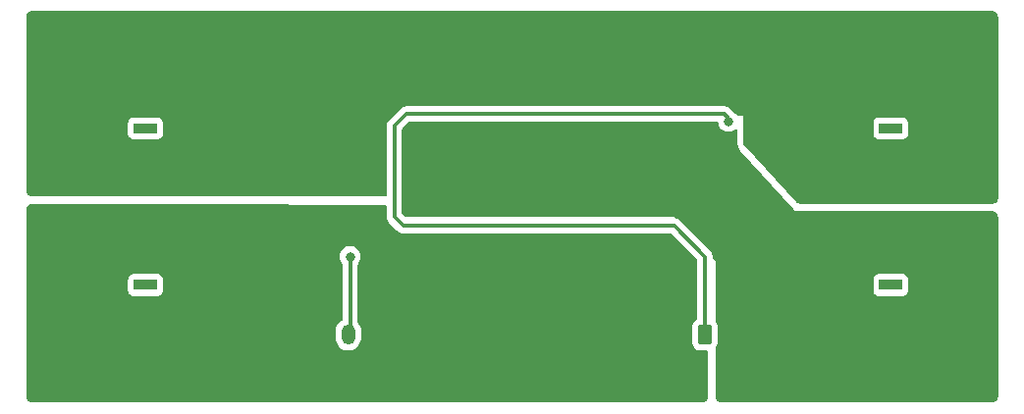
<source format=gbr>
%TF.GenerationSoftware,KiCad,Pcbnew,7.0.2*%
%TF.CreationDate,2023-07-12T23:29:32-04:00*%
%TF.ProjectId,Anti-Spark Switch,416e7469-2d53-4706-9172-6b2053776974,rev?*%
%TF.SameCoordinates,Original*%
%TF.FileFunction,Copper,L2,Bot*%
%TF.FilePolarity,Positive*%
%FSLAX46Y46*%
G04 Gerber Fmt 4.6, Leading zero omitted, Abs format (unit mm)*
G04 Created by KiCad (PCBNEW 7.0.2) date 2023-07-12 23:29:32*
%MOMM*%
%LPD*%
G01*
G04 APERTURE LIST*
G04 Aperture macros list*
%AMRoundRect*
0 Rectangle with rounded corners*
0 $1 Rounding radius*
0 $2 $3 $4 $5 $6 $7 $8 $9 X,Y pos of 4 corners*
0 Add a 4 corners polygon primitive as box body*
4,1,4,$2,$3,$4,$5,$6,$7,$8,$9,$2,$3,0*
0 Add four circle primitives for the rounded corners*
1,1,$1+$1,$2,$3*
1,1,$1+$1,$4,$5*
1,1,$1+$1,$6,$7*
1,1,$1+$1,$8,$9*
0 Add four rect primitives between the rounded corners*
20,1,$1+$1,$2,$3,$4,$5,0*
20,1,$1+$1,$4,$5,$6,$7,0*
20,1,$1+$1,$6,$7,$8,$9,0*
20,1,$1+$1,$8,$9,$2,$3,0*%
G04 Aperture macros list end*
%TA.AperFunction,ComponentPad*%
%ADD10R,2.000000X0.900000*%
%TD*%
%TA.AperFunction,ComponentPad*%
%ADD11RoundRect,1.025000X1.025000X-1.025000X1.025000X1.025000X-1.025000X1.025000X-1.025000X-1.025000X0*%
%TD*%
%TA.AperFunction,ComponentPad*%
%ADD12C,4.100000*%
%TD*%
%TA.AperFunction,ComponentPad*%
%ADD13RoundRect,1.025000X-1.025000X1.025000X-1.025000X-1.025000X1.025000X-1.025000X1.025000X1.025000X0*%
%TD*%
%TA.AperFunction,ComponentPad*%
%ADD14RoundRect,0.250000X-0.350000X-0.625000X0.350000X-0.625000X0.350000X0.625000X-0.350000X0.625000X0*%
%TD*%
%TA.AperFunction,ComponentPad*%
%ADD15O,1.200000X1.750000*%
%TD*%
%TA.AperFunction,ViaPad*%
%ADD16C,0.800000*%
%TD*%
%TA.AperFunction,Conductor*%
%ADD17C,0.300000*%
%TD*%
G04 APERTURE END LIST*
D10*
%TO.P,J8,*%
%TO.N,*%
X119260000Y-111525000D03*
X119260000Y-98025000D03*
D11*
%TO.P,J8,1,1*%
%TO.N,GND*%
X125260000Y-108375000D03*
D12*
%TO.P,J8,2,2*%
%TO.N,VCC*%
X125260000Y-101175000D03*
%TD*%
D10*
%TO.P,J5,*%
%TO.N,*%
X183538000Y-98025000D03*
X183538000Y-111525000D03*
D13*
%TO.P,J5,1,1*%
%TO.N,Net-(J1-Pin_1)*%
X177538000Y-108375000D03*
D12*
%TO.P,J5,2,2*%
%TO.N,VCC*%
X177538000Y-101175000D03*
%TD*%
D14*
%TO.P,J3,1,Pin_1*%
%TO.N,GND*%
X134747000Y-115824000D03*
D15*
%TO.P,J3,2,Pin_2*%
%TO.N,Net-(D1-K)*%
X136747000Y-115824000D03*
%TD*%
D14*
%TO.P,J7,1,Pin_1*%
%TO.N,Net-(J7-Pin_1)*%
X167513000Y-115824000D03*
D15*
%TO.P,J7,2,Pin_2*%
%TO.N,Net-(J1-Pin_1)*%
X169513000Y-115824000D03*
%TD*%
D16*
%TO.N,GND*%
X158115000Y-110490000D03*
X149860000Y-110490000D03*
%TO.N,Net-(D1-K)*%
X136906000Y-109093000D03*
%TO.N,GND*%
X161290000Y-110490000D03*
X161290000Y-109220000D03*
X161290000Y-107950000D03*
X153035000Y-110490000D03*
X153035000Y-109220000D03*
X153035000Y-107950000D03*
X144780000Y-110490000D03*
X144780000Y-109220000D03*
X144780000Y-107950000D03*
X161290000Y-111633000D03*
X161290000Y-114173000D03*
X161290000Y-112903000D03*
X161290000Y-115443000D03*
X161290000Y-116713000D03*
X162560000Y-116713000D03*
X165100000Y-111633000D03*
X162560000Y-112903000D03*
X165100000Y-114173000D03*
X163830000Y-112903000D03*
X162560000Y-115443000D03*
X163830000Y-115443000D03*
X165100000Y-112903000D03*
X162560000Y-111633000D03*
X165100000Y-115443000D03*
X163830000Y-116713000D03*
X163830000Y-111633000D03*
X165100000Y-116713000D03*
X163830000Y-114173000D03*
X162560000Y-114173000D03*
X155575000Y-114300000D03*
X154305000Y-114300000D03*
X153035000Y-114300000D03*
X156845000Y-114300000D03*
X158115000Y-114300000D03*
X153035000Y-113030000D03*
X154305000Y-111760000D03*
X153035000Y-111760000D03*
X154305000Y-113030000D03*
X155575000Y-113030000D03*
X158115000Y-115570000D03*
X156845000Y-111760000D03*
X153035000Y-115570000D03*
X158115000Y-116840000D03*
X156845000Y-115570000D03*
X154305000Y-116840000D03*
X156845000Y-116840000D03*
X154305000Y-115570000D03*
X155575000Y-111760000D03*
X158115000Y-113030000D03*
X153035000Y-116840000D03*
X158115000Y-111760000D03*
X156845000Y-113030000D03*
X155575000Y-115570000D03*
X155575000Y-116840000D03*
X147320000Y-114300000D03*
X146050000Y-114300000D03*
X144780000Y-114300000D03*
X148590000Y-114300000D03*
X149860000Y-114300000D03*
X144780000Y-113030000D03*
X146050000Y-111760000D03*
X144780000Y-111760000D03*
X146050000Y-113030000D03*
X147320000Y-113030000D03*
X149860000Y-115570000D03*
X148590000Y-111760000D03*
X144780000Y-115570000D03*
X149860000Y-116840000D03*
X148590000Y-115570000D03*
X146050000Y-116840000D03*
X148590000Y-116840000D03*
X146050000Y-115570000D03*
X147320000Y-111760000D03*
X149860000Y-113030000D03*
X144780000Y-116840000D03*
X149860000Y-111760000D03*
X148590000Y-113030000D03*
X147320000Y-115570000D03*
X147320000Y-116840000D03*
X162560000Y-109220000D03*
X162560000Y-110490000D03*
X165100000Y-110490000D03*
X165100000Y-109220000D03*
X162560000Y-107950000D03*
X163830000Y-110490000D03*
X154305000Y-109220000D03*
X156845000Y-107950000D03*
X154305000Y-110490000D03*
X156845000Y-110490000D03*
X156845000Y-109220000D03*
X154305000Y-107950000D03*
X155575000Y-110490000D03*
X148590000Y-107950000D03*
X148590000Y-109220000D03*
X148590000Y-110490000D03*
X147320000Y-110490000D03*
X146050000Y-110490000D03*
X146050000Y-109220000D03*
X146050000Y-107950000D03*
%TO.N,Net-(J1-Pin_1)*%
X165100000Y-104140000D03*
X165100000Y-100330000D03*
X165100000Y-102870000D03*
X165100000Y-101600000D03*
X160020000Y-101600000D03*
X158750000Y-101600000D03*
X157480000Y-101600000D03*
X161290000Y-101600000D03*
X162560000Y-101600000D03*
X157480000Y-100330000D03*
X158750000Y-99060000D03*
X157480000Y-99060000D03*
X158750000Y-100330000D03*
X160020000Y-100330000D03*
X162560000Y-102870000D03*
X161290000Y-99060000D03*
X163830000Y-104140000D03*
X163830000Y-102870000D03*
X163830000Y-101600000D03*
X157480000Y-102870000D03*
X163830000Y-99060000D03*
X162560000Y-104140000D03*
X161290000Y-102870000D03*
X158750000Y-104140000D03*
X161290000Y-104140000D03*
X158750000Y-102870000D03*
X160020000Y-99060000D03*
X162560000Y-100330000D03*
X163830000Y-100330000D03*
X157480000Y-104140000D03*
X162560000Y-99060000D03*
X161290000Y-100330000D03*
X160020000Y-102870000D03*
X160020000Y-104140000D03*
X152400000Y-101600000D03*
X151130000Y-101600000D03*
X149860000Y-101600000D03*
X153670000Y-101600000D03*
X154940000Y-101600000D03*
X149860000Y-100330000D03*
X151130000Y-99060000D03*
X149860000Y-99060000D03*
X151130000Y-100330000D03*
X152400000Y-100330000D03*
X154940000Y-102870000D03*
X153670000Y-99060000D03*
X156210000Y-104140000D03*
X156210000Y-102870000D03*
X156210000Y-101600000D03*
X149860000Y-102870000D03*
X156210000Y-99060000D03*
X154940000Y-104140000D03*
X153670000Y-102870000D03*
X151130000Y-104140000D03*
X153670000Y-104140000D03*
X151130000Y-102870000D03*
X152400000Y-99060000D03*
X154940000Y-100330000D03*
X156210000Y-100330000D03*
X149860000Y-104140000D03*
X154940000Y-99060000D03*
X153670000Y-100330000D03*
X152400000Y-102870000D03*
X152400000Y-104140000D03*
X148590000Y-104140000D03*
X148590000Y-102870000D03*
X148590000Y-101600000D03*
X148590000Y-100330000D03*
X148590000Y-99060000D03*
X147320000Y-104140000D03*
X146050000Y-104140000D03*
X144780000Y-104140000D03*
X143510000Y-104140000D03*
X142240000Y-104140000D03*
X142240000Y-102870000D03*
X143510000Y-102870000D03*
X144780000Y-102870000D03*
X146050000Y-102870000D03*
X147320000Y-102870000D03*
X147320000Y-101600000D03*
X146050000Y-101600000D03*
X144780000Y-101600000D03*
X143510000Y-101600000D03*
X142240000Y-101600000D03*
X142240000Y-100330000D03*
X143510000Y-100330000D03*
X144780000Y-100330000D03*
X146050000Y-100330000D03*
X147320000Y-100330000D03*
X147320000Y-99060000D03*
X146050000Y-99060000D03*
X144780000Y-99060000D03*
X143510000Y-99060000D03*
X142240000Y-99060000D03*
%TO.N,Net-(J7-Pin_1)*%
X169545000Y-97411000D03*
%TO.N,Net-(J1-Pin_1)*%
X186690000Y-116840000D03*
X190500000Y-116840000D03*
X182880000Y-116840000D03*
X181610000Y-116840000D03*
X187960000Y-116840000D03*
X189230000Y-116840000D03*
X185420000Y-116840000D03*
X191770000Y-116840000D03*
X184150000Y-116840000D03*
X189230000Y-119380000D03*
X187960000Y-119380000D03*
X184150000Y-119380000D03*
X182880000Y-119380000D03*
X180340000Y-119380000D03*
X182880000Y-120650000D03*
X185420000Y-119380000D03*
X187960000Y-118110000D03*
X191770000Y-120650000D03*
X190500000Y-120650000D03*
X180340000Y-115570000D03*
X184150000Y-120650000D03*
X185420000Y-120650000D03*
X190500000Y-119380000D03*
X180340000Y-116840000D03*
X180340000Y-114300000D03*
X187960000Y-120650000D03*
X186690000Y-120650000D03*
X191770000Y-119380000D03*
X186690000Y-119380000D03*
X181610000Y-119380000D03*
X189230000Y-120650000D03*
X190500000Y-118110000D03*
X180340000Y-120650000D03*
X181610000Y-120650000D03*
X180340000Y-118110000D03*
X187960000Y-115570000D03*
X185420000Y-118110000D03*
X191770000Y-118110000D03*
X184150000Y-118110000D03*
X186690000Y-118110000D03*
X189230000Y-118110000D03*
X181610000Y-118110000D03*
X182880000Y-118110000D03*
X185420000Y-115570000D03*
X182880000Y-115570000D03*
X189230000Y-115570000D03*
X186690000Y-115570000D03*
X181610000Y-115570000D03*
X190500000Y-115570000D03*
X191770000Y-115570000D03*
X184150000Y-115570000D03*
X187960000Y-114300000D03*
X190500000Y-114300000D03*
X191770000Y-114300000D03*
X184150000Y-114300000D03*
X186690000Y-114300000D03*
X189230000Y-114300000D03*
X181610000Y-114300000D03*
X182880000Y-114300000D03*
X185420000Y-114300000D03*
%TO.N,GND*%
X116205000Y-116840000D03*
X120015000Y-116840000D03*
X112395000Y-116840000D03*
X111125000Y-116840000D03*
X117475000Y-116840000D03*
X118745000Y-116840000D03*
X114935000Y-116840000D03*
X121285000Y-116840000D03*
X113665000Y-116840000D03*
X118745000Y-119380000D03*
X117475000Y-119380000D03*
X113665000Y-119380000D03*
X112395000Y-119380000D03*
X109855000Y-119380000D03*
X112395000Y-120650000D03*
X114935000Y-119380000D03*
X117475000Y-118110000D03*
X121285000Y-120650000D03*
X120015000Y-120650000D03*
X109855000Y-115570000D03*
X113665000Y-120650000D03*
X114935000Y-120650000D03*
X120015000Y-119380000D03*
X109855000Y-116840000D03*
X109855000Y-114300000D03*
X117475000Y-120650000D03*
X116205000Y-120650000D03*
X121285000Y-119380000D03*
X116205000Y-119380000D03*
X111125000Y-119380000D03*
X118745000Y-120650000D03*
X120015000Y-118110000D03*
X109855000Y-120650000D03*
X111125000Y-120650000D03*
X109855000Y-118110000D03*
X117475000Y-115570000D03*
X114935000Y-118110000D03*
X121285000Y-118110000D03*
X113665000Y-118110000D03*
X116205000Y-118110000D03*
X118745000Y-118110000D03*
X111125000Y-118110000D03*
X112395000Y-118110000D03*
X114935000Y-115570000D03*
X112395000Y-115570000D03*
X118745000Y-115570000D03*
X116205000Y-115570000D03*
X111125000Y-115570000D03*
X120015000Y-115570000D03*
X121285000Y-115570000D03*
X113665000Y-115570000D03*
X117475000Y-114300000D03*
X120015000Y-114300000D03*
X121285000Y-114300000D03*
X113665000Y-114300000D03*
X116205000Y-114300000D03*
X118745000Y-114300000D03*
X111125000Y-114300000D03*
X112395000Y-114300000D03*
X114935000Y-114300000D03*
%TO.N,VCC*%
X116205000Y-91440000D03*
X120015000Y-91440000D03*
X112395000Y-91440000D03*
X111125000Y-91440000D03*
X117475000Y-91440000D03*
X118745000Y-91440000D03*
X114935000Y-91440000D03*
X121285000Y-91440000D03*
X113665000Y-91440000D03*
X118745000Y-93980000D03*
X117475000Y-93980000D03*
X113665000Y-93980000D03*
X112395000Y-93980000D03*
X109855000Y-93980000D03*
X112395000Y-95250000D03*
X114935000Y-93980000D03*
X117475000Y-92710000D03*
X121285000Y-95250000D03*
X120015000Y-95250000D03*
X109855000Y-90170000D03*
X113665000Y-95250000D03*
X114935000Y-95250000D03*
X120015000Y-93980000D03*
X109855000Y-91440000D03*
X109855000Y-88900000D03*
X117475000Y-95250000D03*
X116205000Y-95250000D03*
X121285000Y-93980000D03*
X116205000Y-93980000D03*
X111125000Y-93980000D03*
X118745000Y-95250000D03*
X120015000Y-92710000D03*
X109855000Y-95250000D03*
X111125000Y-95250000D03*
X109855000Y-92710000D03*
X117475000Y-90170000D03*
X114935000Y-92710000D03*
X121285000Y-92710000D03*
X113665000Y-92710000D03*
X116205000Y-92710000D03*
X118745000Y-92710000D03*
X111125000Y-92710000D03*
X112395000Y-92710000D03*
X114935000Y-90170000D03*
X112395000Y-90170000D03*
X118745000Y-90170000D03*
X116205000Y-90170000D03*
X111125000Y-90170000D03*
X120015000Y-90170000D03*
X121285000Y-90170000D03*
X113665000Y-90170000D03*
X117475000Y-88900000D03*
X120015000Y-88900000D03*
X121285000Y-88900000D03*
X113665000Y-88900000D03*
X116205000Y-88900000D03*
X118745000Y-88900000D03*
X111125000Y-88900000D03*
X112395000Y-88900000D03*
X114935000Y-88900000D03*
X180340000Y-91440000D03*
X180340000Y-93980000D03*
X180340000Y-95250000D03*
X180340000Y-92710000D03*
X180340000Y-90170000D03*
X180340000Y-88900000D03*
X187960000Y-95250000D03*
X190500000Y-95250000D03*
X191770000Y-95250000D03*
X184150000Y-95250000D03*
X186690000Y-95250000D03*
X189230000Y-95250000D03*
X181610000Y-95250000D03*
X182880000Y-95250000D03*
X185420000Y-95250000D03*
X187960000Y-93980000D03*
X190500000Y-93980000D03*
X191770000Y-93980000D03*
X184150000Y-93980000D03*
X186690000Y-93980000D03*
X189230000Y-93980000D03*
X181610000Y-93980000D03*
X182880000Y-93980000D03*
X185420000Y-93980000D03*
X187960000Y-92710000D03*
X190500000Y-92710000D03*
X191770000Y-92710000D03*
X184150000Y-92710000D03*
X186690000Y-92710000D03*
X189230000Y-92710000D03*
X181610000Y-92710000D03*
X182880000Y-92710000D03*
X185420000Y-92710000D03*
X187960000Y-91440000D03*
X190500000Y-91440000D03*
X191770000Y-91440000D03*
X184150000Y-91440000D03*
X186690000Y-91440000D03*
X189230000Y-91440000D03*
X181610000Y-91440000D03*
X182880000Y-91440000D03*
X185420000Y-91440000D03*
X187960000Y-90170000D03*
X190500000Y-90170000D03*
X191770000Y-90170000D03*
X184150000Y-90170000D03*
X186690000Y-90170000D03*
X189230000Y-90170000D03*
X181610000Y-90170000D03*
X182880000Y-90170000D03*
X185420000Y-90170000D03*
X181610000Y-88900000D03*
X182880000Y-88900000D03*
X184150000Y-88900000D03*
X185420000Y-88900000D03*
X186690000Y-88900000D03*
X187960000Y-88900000D03*
X189230000Y-88900000D03*
X190500000Y-88900000D03*
X191770000Y-88900000D03*
%TD*%
D17*
%TO.N,Net-(J7-Pin_1)*%
X167513000Y-109093000D02*
X167513000Y-115824000D01*
X164846000Y-106426000D02*
X167513000Y-109093000D01*
X141478000Y-106426000D02*
X164846000Y-106426000D01*
X140716000Y-105664000D02*
X141478000Y-106426000D01*
X141732000Y-96774000D02*
X140716000Y-97790000D01*
X169164000Y-96774000D02*
X141732000Y-96774000D01*
X169545000Y-97155000D02*
X169164000Y-96774000D01*
X140716000Y-97790000D02*
X140716000Y-105664000D01*
X169545000Y-97411000D02*
X169545000Y-97155000D01*
%TO.N,Net-(D1-K)*%
X136906000Y-115824000D02*
X136747000Y-115824000D01*
X136906000Y-109093000D02*
X136906000Y-115824000D01*
%TD*%
%TA.AperFunction,Conductor*%
%TO.N,Net-(J1-Pin_1)*%
G36*
X168596348Y-97444185D02*
G01*
X168642103Y-97496989D01*
X168652628Y-97535534D01*
X168657302Y-97580000D01*
X168659326Y-97599257D01*
X168717820Y-97779284D01*
X168812466Y-97943216D01*
X168939129Y-98083889D01*
X169092269Y-98195151D01*
X169265197Y-98272144D01*
X169450352Y-98311500D01*
X169450354Y-98311500D01*
X169639648Y-98311500D01*
X169763083Y-98285262D01*
X169824803Y-98272144D01*
X169997730Y-98195151D01*
X169997730Y-98195150D01*
X170112615Y-98111683D01*
X170178421Y-98088203D01*
X170246475Y-98104028D01*
X170295170Y-98154134D01*
X170309500Y-98212001D01*
X170309500Y-99237482D01*
X170309545Y-99239407D01*
X170310477Y-99268896D01*
X170310582Y-99270812D01*
X170311435Y-99284282D01*
X170311601Y-99286216D01*
X170314364Y-99315591D01*
X170314589Y-99317513D01*
X170326639Y-99413756D01*
X170326880Y-99415681D01*
X170327238Y-99417579D01*
X170327239Y-99417583D01*
X170338182Y-99475544D01*
X170338186Y-99475563D01*
X170338541Y-99477442D01*
X170346116Y-99507255D01*
X170346702Y-99509080D01*
X170346707Y-99509095D01*
X170359250Y-99548113D01*
X170365351Y-99567089D01*
X170366047Y-99568868D01*
X170366053Y-99568883D01*
X170398591Y-99651975D01*
X170399292Y-99653765D01*
X170425810Y-99710765D01*
X170426732Y-99712462D01*
X170426734Y-99712466D01*
X170434000Y-99725839D01*
X170434000Y-99822000D01*
X170563232Y-99964835D01*
X175111127Y-104991457D01*
X175111130Y-104991459D01*
X175260000Y-105156000D01*
X192277874Y-105156000D01*
X192294059Y-105157061D01*
X192399223Y-105170906D01*
X192430491Y-105179284D01*
X192520918Y-105216740D01*
X192548952Y-105232925D01*
X192626602Y-105292509D01*
X192649491Y-105315398D01*
X192709074Y-105393048D01*
X192725259Y-105421081D01*
X192762715Y-105511508D01*
X192771093Y-105542775D01*
X192784939Y-105647939D01*
X192786000Y-105664125D01*
X192786000Y-121157874D01*
X192784939Y-121174060D01*
X192771093Y-121279224D01*
X192762715Y-121310491D01*
X192725259Y-121400918D01*
X192709074Y-121428951D01*
X192649491Y-121506601D01*
X192626601Y-121529491D01*
X192548951Y-121589074D01*
X192520918Y-121605259D01*
X192430491Y-121642715D01*
X192399224Y-121651093D01*
X192305398Y-121663446D01*
X192294058Y-121664939D01*
X192277874Y-121666000D01*
X168910126Y-121666000D01*
X168893941Y-121664939D01*
X168880917Y-121663224D01*
X168788775Y-121651093D01*
X168757508Y-121642715D01*
X168667081Y-121605259D01*
X168639048Y-121589074D01*
X168561398Y-121529491D01*
X168538508Y-121506601D01*
X168478925Y-121428951D01*
X168462740Y-121400918D01*
X168425284Y-121310491D01*
X168416906Y-121279223D01*
X168403061Y-121174059D01*
X168402000Y-121157874D01*
X168402000Y-117022730D01*
X168421685Y-116955691D01*
X168438315Y-116935052D01*
X168455712Y-116917656D01*
X168547814Y-116768334D01*
X168602999Y-116601797D01*
X168613500Y-116499009D01*
X168613499Y-115148992D01*
X168602999Y-115046203D01*
X168547814Y-114879666D01*
X168455712Y-114730344D01*
X168455711Y-114730342D01*
X168438319Y-114712950D01*
X168404834Y-114651627D01*
X168402000Y-114625269D01*
X168402000Y-112019578D01*
X182037500Y-112019578D01*
X182037501Y-112022872D01*
X182043909Y-112082483D01*
X182094204Y-112217331D01*
X182180454Y-112332546D01*
X182295669Y-112418796D01*
X182430517Y-112469091D01*
X182490127Y-112475500D01*
X184585872Y-112475499D01*
X184645483Y-112469091D01*
X184780331Y-112418796D01*
X184895546Y-112332546D01*
X184981796Y-112217331D01*
X185032091Y-112082483D01*
X185038500Y-112022873D01*
X185038499Y-111027128D01*
X185032091Y-110967517D01*
X184981796Y-110832669D01*
X184895546Y-110717454D01*
X184780331Y-110631204D01*
X184645483Y-110580909D01*
X184585873Y-110574500D01*
X184582550Y-110574500D01*
X182493439Y-110574500D01*
X182493420Y-110574500D01*
X182490128Y-110574501D01*
X182486848Y-110574853D01*
X182486840Y-110574854D01*
X182430515Y-110580909D01*
X182295669Y-110631204D01*
X182180454Y-110717454D01*
X182094204Y-110832668D01*
X182043910Y-110967515D01*
X182043909Y-110967517D01*
X182037500Y-111027127D01*
X182037500Y-111030448D01*
X182037500Y-111030449D01*
X182037500Y-112019560D01*
X182037500Y-112019578D01*
X168402000Y-112019578D01*
X168402000Y-109674959D01*
X168402000Y-109674958D01*
X168402000Y-109671082D01*
X168402000Y-109474000D01*
X168267530Y-109329925D01*
X168267528Y-109329922D01*
X168198457Y-109255917D01*
X168167105Y-109193476D01*
X168167571Y-109170319D01*
X168166252Y-109170361D01*
X168163561Y-109084722D01*
X168163500Y-109080828D01*
X168163500Y-109055977D01*
X168163500Y-109052075D01*
X168162948Y-109047712D01*
X168162031Y-109036064D01*
X168160598Y-108990431D01*
X168154675Y-108970045D01*
X168150731Y-108951004D01*
X168148071Y-108929942D01*
X168131267Y-108887501D01*
X168127484Y-108876452D01*
X168114745Y-108832602D01*
X168111594Y-108827275D01*
X168103937Y-108814326D01*
X168095376Y-108796850D01*
X168087568Y-108777129D01*
X168060731Y-108740191D01*
X168054317Y-108730425D01*
X168031081Y-108691135D01*
X168016074Y-108676128D01*
X168003436Y-108661331D01*
X167990963Y-108644163D01*
X167955779Y-108615056D01*
X167947140Y-108607194D01*
X165366434Y-106026488D01*
X165353091Y-106009833D01*
X165300166Y-105960134D01*
X165297369Y-105957423D01*
X165279789Y-105939843D01*
X165277035Y-105937089D01*
X165273956Y-105934701D01*
X165273951Y-105934696D01*
X165273548Y-105934383D01*
X165264669Y-105926800D01*
X165231392Y-105895551D01*
X165212793Y-105885326D01*
X165196532Y-105874645D01*
X165179764Y-105861638D01*
X165137870Y-105843508D01*
X165127379Y-105838369D01*
X165087367Y-105816372D01*
X165066800Y-105811091D01*
X165048398Y-105804791D01*
X165028926Y-105796365D01*
X165028924Y-105796364D01*
X165028923Y-105796364D01*
X164983845Y-105789224D01*
X164972401Y-105786854D01*
X164966081Y-105785231D01*
X164952978Y-105778619D01*
X164846000Y-105664000D01*
X164628724Y-105664000D01*
X164624480Y-105664000D01*
X141687308Y-105664000D01*
X141620269Y-105644315D01*
X141599627Y-105627681D01*
X141402819Y-105430873D01*
X141369334Y-105369550D01*
X141366500Y-105343192D01*
X141366500Y-98110808D01*
X141386185Y-98043769D01*
X141402819Y-98023127D01*
X141965127Y-97460819D01*
X142026450Y-97427334D01*
X142052808Y-97424500D01*
X168529309Y-97424500D01*
X168596348Y-97444185D01*
G37*
%TD.AperFunction*%
%TD*%
%TA.AperFunction,Conductor*%
%TO.N,GND*%
G36*
X110777176Y-104528158D02*
G01*
X123368664Y-104577927D01*
X139941994Y-104643435D01*
X140008951Y-104663383D01*
X140054497Y-104716368D01*
X140065500Y-104767433D01*
X140065500Y-105578494D01*
X140063158Y-105599702D01*
X140065439Y-105672262D01*
X140065500Y-105676157D01*
X140065500Y-105704925D01*
X140065987Y-105708785D01*
X140065989Y-105708808D01*
X140066054Y-105709320D01*
X140066968Y-105720942D01*
X140068402Y-105766569D01*
X140074323Y-105786950D01*
X140078267Y-105805995D01*
X140080928Y-105827059D01*
X140097737Y-105869515D01*
X140101520Y-105880563D01*
X140114256Y-105924400D01*
X140125061Y-105942670D01*
X140133621Y-105960143D01*
X140141431Y-105979869D01*
X140168266Y-106016806D01*
X140174670Y-106026555D01*
X140197918Y-106065864D01*
X140197919Y-106065865D01*
X140212923Y-106080868D01*
X140225561Y-106095665D01*
X140238037Y-106112837D01*
X140273212Y-106141936D01*
X140281853Y-106149799D01*
X140957564Y-106825509D01*
X140970909Y-106842167D01*
X141023848Y-106891879D01*
X141026645Y-106894590D01*
X141046966Y-106914911D01*
X141050442Y-106917607D01*
X141059322Y-106925191D01*
X141092607Y-106956448D01*
X141111212Y-106966676D01*
X141127466Y-106977353D01*
X141144237Y-106990363D01*
X141186144Y-107008497D01*
X141196618Y-107013628D01*
X141236632Y-107035627D01*
X141257197Y-107040906D01*
X141275593Y-107047205D01*
X141295074Y-107055636D01*
X141340178Y-107062779D01*
X141351597Y-107065144D01*
X141395823Y-107076500D01*
X141417045Y-107076500D01*
X141436443Y-107078026D01*
X141457405Y-107081347D01*
X141499319Y-107077384D01*
X141502861Y-107077050D01*
X141514530Y-107076500D01*
X164525192Y-107076500D01*
X164592231Y-107096185D01*
X164612873Y-107112819D01*
X166826181Y-109326126D01*
X166859666Y-109387449D01*
X166862500Y-109413807D01*
X166862500Y-114433362D01*
X166842815Y-114500401D01*
X166803596Y-114538901D01*
X166694342Y-114606288D01*
X166570288Y-114730342D01*
X166478186Y-114879665D01*
X166423000Y-115046202D01*
X166412819Y-115145858D01*
X166412817Y-115145878D01*
X166412500Y-115148991D01*
X166412500Y-115152138D01*
X166412500Y-115152139D01*
X166412500Y-116495859D01*
X166412500Y-116495878D01*
X166412501Y-116499008D01*
X166412820Y-116502140D01*
X166412821Y-116502141D01*
X166423000Y-116601796D01*
X166478186Y-116768334D01*
X166570288Y-116917657D01*
X166694342Y-117041711D01*
X166718152Y-117056397D01*
X166843666Y-117133814D01*
X166955017Y-117170712D01*
X167010202Y-117188999D01*
X167109858Y-117199180D01*
X167109859Y-117199180D01*
X167112991Y-117199500D01*
X167643001Y-117199499D01*
X167710039Y-117219183D01*
X167755794Y-117271987D01*
X167767000Y-117323499D01*
X167767000Y-121157874D01*
X167765939Y-121174060D01*
X167752093Y-121279224D01*
X167743715Y-121310491D01*
X167706259Y-121400918D01*
X167690074Y-121428951D01*
X167630491Y-121506601D01*
X167607601Y-121529491D01*
X167529951Y-121589074D01*
X167501918Y-121605259D01*
X167411491Y-121642715D01*
X167380224Y-121651093D01*
X167286398Y-121663446D01*
X167275058Y-121664939D01*
X167258874Y-121666000D01*
X109474126Y-121666000D01*
X109457941Y-121664939D01*
X109444917Y-121663224D01*
X109352775Y-121651093D01*
X109321508Y-121642715D01*
X109231081Y-121605259D01*
X109203048Y-121589074D01*
X109125398Y-121529491D01*
X109102508Y-121506601D01*
X109042925Y-121428951D01*
X109026740Y-121400918D01*
X108989284Y-121310491D01*
X108980906Y-121279223D01*
X108967061Y-121174059D01*
X108966000Y-121157874D01*
X108966000Y-116151425D01*
X135646500Y-116151425D01*
X135646779Y-116154355D01*
X135646781Y-116154380D01*
X135661471Y-116308215D01*
X135720683Y-116509873D01*
X135816990Y-116696684D01*
X135946906Y-116861884D01*
X136105745Y-116999520D01*
X136204259Y-117056397D01*
X136287756Y-117104604D01*
X136372150Y-117133813D01*
X136486366Y-117173344D01*
X136521298Y-117178366D01*
X136694398Y-117203254D01*
X136904330Y-117193254D01*
X137108576Y-117143704D01*
X137194195Y-117104603D01*
X137299752Y-117056397D01*
X137379624Y-116999520D01*
X137470952Y-116934486D01*
X137615986Y-116782378D01*
X137729613Y-116605572D01*
X137807725Y-116410457D01*
X137847500Y-116204085D01*
X137847500Y-115496575D01*
X137832528Y-115339782D01*
X137773316Y-115138125D01*
X137677011Y-114951318D01*
X137609618Y-114865622D01*
X137583030Y-114831812D01*
X137557062Y-114766947D01*
X137556500Y-114755160D01*
X137556500Y-109763922D01*
X137576185Y-109696883D01*
X137588350Y-109680949D01*
X137638533Y-109625216D01*
X137733179Y-109461284D01*
X137791674Y-109281256D01*
X137811460Y-109093000D01*
X137791674Y-108904744D01*
X137733179Y-108724716D01*
X137733179Y-108724715D01*
X137638533Y-108560783D01*
X137511870Y-108420110D01*
X137358730Y-108308848D01*
X137185802Y-108231855D01*
X137000648Y-108192500D01*
X137000646Y-108192500D01*
X136811354Y-108192500D01*
X136811352Y-108192500D01*
X136626197Y-108231855D01*
X136453269Y-108308848D01*
X136300129Y-108420110D01*
X136173466Y-108560783D01*
X136078820Y-108724715D01*
X136020326Y-108904742D01*
X136000540Y-109093000D01*
X136020326Y-109281257D01*
X136078820Y-109461284D01*
X136173464Y-109625213D01*
X136223650Y-109680949D01*
X136253880Y-109743941D01*
X136255500Y-109763922D01*
X136255500Y-114484060D01*
X136235815Y-114551099D01*
X136203427Y-114585068D01*
X136194250Y-114591602D01*
X136194247Y-114591604D01*
X136023048Y-114713514D01*
X136023047Y-114713515D01*
X135878013Y-114865623D01*
X135764387Y-115042425D01*
X135686274Y-115237545D01*
X135646500Y-115443913D01*
X135646500Y-115443915D01*
X135646500Y-116151425D01*
X108966000Y-116151425D01*
X108966000Y-112019578D01*
X117759500Y-112019578D01*
X117759501Y-112022872D01*
X117765909Y-112082483D01*
X117816204Y-112217331D01*
X117902454Y-112332546D01*
X118017669Y-112418796D01*
X118152517Y-112469091D01*
X118212127Y-112475500D01*
X120307872Y-112475499D01*
X120367483Y-112469091D01*
X120502331Y-112418796D01*
X120617546Y-112332546D01*
X120703796Y-112217331D01*
X120754091Y-112082483D01*
X120760500Y-112022873D01*
X120760499Y-111027128D01*
X120754091Y-110967517D01*
X120703796Y-110832669D01*
X120617546Y-110717454D01*
X120502331Y-110631204D01*
X120367483Y-110580909D01*
X120307873Y-110574500D01*
X120304550Y-110574500D01*
X118215439Y-110574500D01*
X118215420Y-110574500D01*
X118212128Y-110574501D01*
X118208848Y-110574853D01*
X118208840Y-110574854D01*
X118152515Y-110580909D01*
X118017669Y-110631204D01*
X117902454Y-110717454D01*
X117816204Y-110832668D01*
X117765910Y-110967515D01*
X117765909Y-110967517D01*
X117759500Y-111027127D01*
X117759500Y-111030448D01*
X117759500Y-111030449D01*
X117759500Y-112019560D01*
X117759500Y-112019578D01*
X108966000Y-112019578D01*
X108966000Y-105031128D01*
X108967066Y-105014903D01*
X108980981Y-104909474D01*
X108989398Y-104878142D01*
X109027040Y-104787520D01*
X109043302Y-104759441D01*
X109076466Y-104716368D01*
X109103162Y-104681695D01*
X109126149Y-104658798D01*
X109204140Y-104599238D01*
X109232273Y-104583094D01*
X109323049Y-104545809D01*
X109354408Y-104537517D01*
X109459895Y-104524017D01*
X109476120Y-104523016D01*
X110777176Y-104528158D01*
G37*
%TD.AperFunction*%
%TD*%
%TA.AperFunction,Conductor*%
%TO.N,VCC*%
G36*
X192294059Y-87885061D02*
G01*
X192399223Y-87898906D01*
X192430491Y-87907284D01*
X192520918Y-87944740D01*
X192548952Y-87960925D01*
X192626602Y-88020509D01*
X192649491Y-88043398D01*
X192709074Y-88121048D01*
X192725259Y-88149081D01*
X192762715Y-88239508D01*
X192771093Y-88270775D01*
X192784939Y-88375939D01*
X192786000Y-88392125D01*
X192786000Y-104012874D01*
X192784939Y-104029060D01*
X192771093Y-104134224D01*
X192762715Y-104165491D01*
X192725259Y-104255918D01*
X192709074Y-104283951D01*
X192649491Y-104361601D01*
X192626601Y-104384491D01*
X192548951Y-104444074D01*
X192520918Y-104460259D01*
X192430491Y-104497715D01*
X192399224Y-104506093D01*
X192305398Y-104518446D01*
X192294058Y-104519939D01*
X192277874Y-104521000D01*
X175741135Y-104521000D01*
X175724152Y-104519831D01*
X175624791Y-104506093D01*
X175613920Y-104504589D01*
X175581232Y-104495375D01*
X175487157Y-104454244D01*
X175458196Y-104436505D01*
X175372152Y-104365930D01*
X175359762Y-104354256D01*
X170953196Y-99590401D01*
X170943451Y-99578454D01*
X170884680Y-99496486D01*
X170869990Y-99469447D01*
X170836049Y-99382771D01*
X170828474Y-99352958D01*
X170815958Y-99252868D01*
X170815000Y-99237482D01*
X170815000Y-98519578D01*
X182037500Y-98519578D01*
X182037501Y-98522872D01*
X182043909Y-98582483D01*
X182094204Y-98717331D01*
X182180454Y-98832546D01*
X182295669Y-98918796D01*
X182430517Y-98969091D01*
X182490127Y-98975500D01*
X184585872Y-98975499D01*
X184645483Y-98969091D01*
X184780331Y-98918796D01*
X184895546Y-98832546D01*
X184981796Y-98717331D01*
X185032091Y-98582483D01*
X185038500Y-98522873D01*
X185038499Y-97527128D01*
X185032091Y-97467517D01*
X184981796Y-97332669D01*
X184895546Y-97217454D01*
X184780331Y-97131204D01*
X184645483Y-97080909D01*
X184585873Y-97074500D01*
X184582550Y-97074500D01*
X182493439Y-97074500D01*
X182493420Y-97074500D01*
X182490128Y-97074501D01*
X182486848Y-97074853D01*
X182486840Y-97074854D01*
X182430515Y-97080909D01*
X182295669Y-97131204D01*
X182180454Y-97217454D01*
X182094204Y-97332668D01*
X182043910Y-97467515D01*
X182043909Y-97467517D01*
X182037500Y-97527127D01*
X182037500Y-97530448D01*
X182037500Y-97530449D01*
X182037500Y-98519560D01*
X182037500Y-98519578D01*
X170815000Y-98519578D01*
X170815000Y-97405053D01*
X170815000Y-97405052D01*
X170815000Y-97401000D01*
X170815000Y-96901000D01*
X170332941Y-96901000D01*
X170276645Y-96876095D01*
X170264577Y-96864395D01*
X170150870Y-96738110D01*
X169997731Y-96626850D01*
X169997730Y-96626849D01*
X169908882Y-96587290D01*
X169871639Y-96561693D01*
X169684434Y-96374488D01*
X169671091Y-96357833D01*
X169618166Y-96308134D01*
X169615369Y-96305423D01*
X169597789Y-96287843D01*
X169595035Y-96285089D01*
X169591956Y-96282701D01*
X169591951Y-96282696D01*
X169591548Y-96282383D01*
X169582669Y-96274800D01*
X169549392Y-96243551D01*
X169530793Y-96233326D01*
X169514532Y-96222645D01*
X169497764Y-96209638D01*
X169455870Y-96191508D01*
X169445379Y-96186369D01*
X169405367Y-96164372D01*
X169384800Y-96159091D01*
X169366398Y-96152791D01*
X169346924Y-96144364D01*
X169301837Y-96137223D01*
X169290398Y-96134854D01*
X169246178Y-96123500D01*
X169246177Y-96123500D01*
X169224955Y-96123500D01*
X169205556Y-96121973D01*
X169184596Y-96118653D01*
X169184595Y-96118653D01*
X169162558Y-96120736D01*
X169139139Y-96122950D01*
X169127470Y-96123500D01*
X141817505Y-96123500D01*
X141796295Y-96121158D01*
X141723738Y-96123439D01*
X141719843Y-96123500D01*
X141691075Y-96123500D01*
X141687213Y-96123987D01*
X141687192Y-96123989D01*
X141686681Y-96124054D01*
X141675059Y-96124968D01*
X141629428Y-96126402D01*
X141609052Y-96132322D01*
X141590006Y-96136267D01*
X141568939Y-96138928D01*
X141526487Y-96155736D01*
X141515439Y-96159519D01*
X141471600Y-96172256D01*
X141453330Y-96183061D01*
X141435862Y-96191618D01*
X141424463Y-96196132D01*
X141416126Y-96199433D01*
X141379191Y-96226266D01*
X141369435Y-96232675D01*
X141330135Y-96255918D01*
X141315125Y-96270928D01*
X141300336Y-96283558D01*
X141283164Y-96296034D01*
X141254057Y-96331218D01*
X141246196Y-96339856D01*
X140316484Y-97269568D01*
X140299831Y-97282910D01*
X140250133Y-97335833D01*
X140247428Y-97338625D01*
X140227089Y-97358965D01*
X140224713Y-97362027D01*
X140224702Y-97362040D01*
X140224378Y-97362459D01*
X140216806Y-97371323D01*
X140185550Y-97404607D01*
X140175322Y-97423212D01*
X140164645Y-97439467D01*
X140151636Y-97456238D01*
X140133506Y-97498132D01*
X140128370Y-97508616D01*
X140106372Y-97548632D01*
X140101091Y-97569199D01*
X140094791Y-97587600D01*
X140086364Y-97607074D01*
X140079223Y-97652161D01*
X140076855Y-97663598D01*
X140065500Y-97707824D01*
X140065500Y-97729045D01*
X140063973Y-97748444D01*
X140060653Y-97769403D01*
X140064950Y-97814858D01*
X140065500Y-97826528D01*
X140065500Y-103762000D01*
X140045815Y-103829039D01*
X139993011Y-103874794D01*
X139941500Y-103886000D01*
X109474126Y-103886000D01*
X109457941Y-103884939D01*
X109444917Y-103883224D01*
X109352775Y-103871093D01*
X109321508Y-103862715D01*
X109231081Y-103825259D01*
X109203048Y-103809074D01*
X109125398Y-103749491D01*
X109102508Y-103726601D01*
X109042925Y-103648951D01*
X109026740Y-103620918D01*
X108989284Y-103530491D01*
X108980906Y-103499223D01*
X108967061Y-103394059D01*
X108966000Y-103377874D01*
X108966000Y-98519578D01*
X117759500Y-98519578D01*
X117759501Y-98522872D01*
X117765909Y-98582483D01*
X117816204Y-98717331D01*
X117902454Y-98832546D01*
X118017669Y-98918796D01*
X118152517Y-98969091D01*
X118212127Y-98975500D01*
X120307872Y-98975499D01*
X120367483Y-98969091D01*
X120502331Y-98918796D01*
X120617546Y-98832546D01*
X120703796Y-98717331D01*
X120754091Y-98582483D01*
X120760500Y-98522873D01*
X120760499Y-97527128D01*
X120754091Y-97467517D01*
X120703796Y-97332669D01*
X120617546Y-97217454D01*
X120502331Y-97131204D01*
X120367483Y-97080909D01*
X120307873Y-97074500D01*
X120304550Y-97074500D01*
X118215439Y-97074500D01*
X118215420Y-97074500D01*
X118212128Y-97074501D01*
X118208848Y-97074853D01*
X118208840Y-97074854D01*
X118152515Y-97080909D01*
X118017669Y-97131204D01*
X117902454Y-97217454D01*
X117816204Y-97332668D01*
X117765910Y-97467515D01*
X117765909Y-97467517D01*
X117759500Y-97527127D01*
X117759500Y-97530448D01*
X117759500Y-97530449D01*
X117759500Y-98519560D01*
X117759500Y-98519578D01*
X108966000Y-98519578D01*
X108966000Y-88392125D01*
X108967061Y-88375940D01*
X108980906Y-88270776D01*
X108989284Y-88239508D01*
X109026740Y-88149081D01*
X109042923Y-88121050D01*
X109102513Y-88043392D01*
X109125392Y-88020513D01*
X109203050Y-87960923D01*
X109231079Y-87944740D01*
X109321509Y-87907283D01*
X109352775Y-87898906D01*
X109457940Y-87885061D01*
X109474126Y-87884000D01*
X192277874Y-87884000D01*
X192294059Y-87885061D01*
G37*
%TD.AperFunction*%
%TD*%
M02*

</source>
